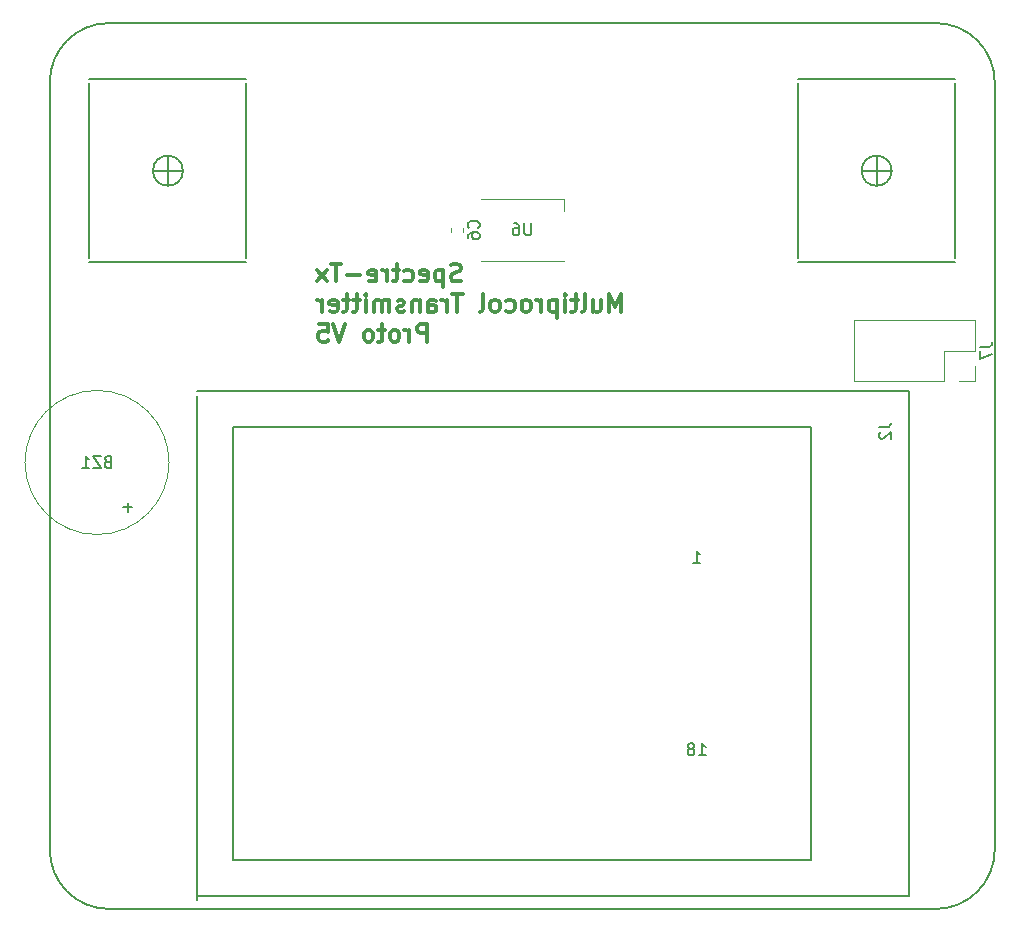
<source format=gbr>
%TF.GenerationSoftware,KiCad,Pcbnew,5.0.2-bee76a0~70~ubuntu18.04.1*%
%TF.CreationDate,2018-12-25T17:03:24+01:00*%
%TF.ProjectId,esp32_radio,65737033-325f-4726-9164-696f2e6b6963,V0.1*%
%TF.SameCoordinates,Original*%
%TF.FileFunction,Legend,Bot*%
%TF.FilePolarity,Positive*%
%FSLAX46Y46*%
G04 Gerber Fmt 4.6, Leading zero omitted, Abs format (unit mm)*
G04 Created by KiCad (PCBNEW 5.0.2-bee76a0~70~ubuntu18.04.1) date mar. 25 déc. 2018 17:03:24 CET*
%MOMM*%
%LPD*%
G01*
G04 APERTURE LIST*
%ADD10C,0.300000*%
%ADD11C,0.150000*%
%ADD12C,0.120000*%
G04 APERTURE END LIST*
D10*
X141990142Y-60895142D02*
X141775857Y-60966571D01*
X141418714Y-60966571D01*
X141275857Y-60895142D01*
X141204428Y-60823714D01*
X141133000Y-60680857D01*
X141133000Y-60538000D01*
X141204428Y-60395142D01*
X141275857Y-60323714D01*
X141418714Y-60252285D01*
X141704428Y-60180857D01*
X141847285Y-60109428D01*
X141918714Y-60038000D01*
X141990142Y-59895142D01*
X141990142Y-59752285D01*
X141918714Y-59609428D01*
X141847285Y-59538000D01*
X141704428Y-59466571D01*
X141347285Y-59466571D01*
X141133000Y-59538000D01*
X140490142Y-59966571D02*
X140490142Y-61466571D01*
X140490142Y-60038000D02*
X140347285Y-59966571D01*
X140061571Y-59966571D01*
X139918714Y-60038000D01*
X139847285Y-60109428D01*
X139775857Y-60252285D01*
X139775857Y-60680857D01*
X139847285Y-60823714D01*
X139918714Y-60895142D01*
X140061571Y-60966571D01*
X140347285Y-60966571D01*
X140490142Y-60895142D01*
X138561571Y-60895142D02*
X138704428Y-60966571D01*
X138990142Y-60966571D01*
X139133000Y-60895142D01*
X139204428Y-60752285D01*
X139204428Y-60180857D01*
X139133000Y-60038000D01*
X138990142Y-59966571D01*
X138704428Y-59966571D01*
X138561571Y-60038000D01*
X138490142Y-60180857D01*
X138490142Y-60323714D01*
X139204428Y-60466571D01*
X137204428Y-60895142D02*
X137347285Y-60966571D01*
X137633000Y-60966571D01*
X137775857Y-60895142D01*
X137847285Y-60823714D01*
X137918714Y-60680857D01*
X137918714Y-60252285D01*
X137847285Y-60109428D01*
X137775857Y-60038000D01*
X137633000Y-59966571D01*
X137347285Y-59966571D01*
X137204428Y-60038000D01*
X136775857Y-59966571D02*
X136204428Y-59966571D01*
X136561571Y-59466571D02*
X136561571Y-60752285D01*
X136490142Y-60895142D01*
X136347285Y-60966571D01*
X136204428Y-60966571D01*
X135704428Y-60966571D02*
X135704428Y-59966571D01*
X135704428Y-60252285D02*
X135633000Y-60109428D01*
X135561571Y-60038000D01*
X135418714Y-59966571D01*
X135275857Y-59966571D01*
X134204428Y-60895142D02*
X134347285Y-60966571D01*
X134633000Y-60966571D01*
X134775857Y-60895142D01*
X134847285Y-60752285D01*
X134847285Y-60180857D01*
X134775857Y-60038000D01*
X134633000Y-59966571D01*
X134347285Y-59966571D01*
X134204428Y-60038000D01*
X134133000Y-60180857D01*
X134133000Y-60323714D01*
X134847285Y-60466571D01*
X133490142Y-60395142D02*
X132347285Y-60395142D01*
X131847285Y-59466571D02*
X130990142Y-59466571D01*
X131418714Y-60966571D02*
X131418714Y-59466571D01*
X130633000Y-60966571D02*
X129847285Y-59966571D01*
X130633000Y-59966571D02*
X129847285Y-60966571D01*
X155561571Y-63516571D02*
X155561571Y-62016571D01*
X155061571Y-63088000D01*
X154561571Y-62016571D01*
X154561571Y-63516571D01*
X153204428Y-62516571D02*
X153204428Y-63516571D01*
X153847285Y-62516571D02*
X153847285Y-63302285D01*
X153775857Y-63445142D01*
X153633000Y-63516571D01*
X153418714Y-63516571D01*
X153275857Y-63445142D01*
X153204428Y-63373714D01*
X152275857Y-63516571D02*
X152418714Y-63445142D01*
X152490142Y-63302285D01*
X152490142Y-62016571D01*
X151918714Y-62516571D02*
X151347285Y-62516571D01*
X151704428Y-62016571D02*
X151704428Y-63302285D01*
X151633000Y-63445142D01*
X151490142Y-63516571D01*
X151347285Y-63516571D01*
X150847285Y-63516571D02*
X150847285Y-62516571D01*
X150847285Y-62016571D02*
X150918714Y-62088000D01*
X150847285Y-62159428D01*
X150775857Y-62088000D01*
X150847285Y-62016571D01*
X150847285Y-62159428D01*
X150133000Y-62516571D02*
X150133000Y-64016571D01*
X150133000Y-62588000D02*
X149990142Y-62516571D01*
X149704428Y-62516571D01*
X149561571Y-62588000D01*
X149490142Y-62659428D01*
X149418714Y-62802285D01*
X149418714Y-63230857D01*
X149490142Y-63373714D01*
X149561571Y-63445142D01*
X149704428Y-63516571D01*
X149990142Y-63516571D01*
X150133000Y-63445142D01*
X148775857Y-63516571D02*
X148775857Y-62516571D01*
X148775857Y-62802285D02*
X148704428Y-62659428D01*
X148633000Y-62588000D01*
X148490142Y-62516571D01*
X148347285Y-62516571D01*
X147633000Y-63516571D02*
X147775857Y-63445142D01*
X147847285Y-63373714D01*
X147918714Y-63230857D01*
X147918714Y-62802285D01*
X147847285Y-62659428D01*
X147775857Y-62588000D01*
X147633000Y-62516571D01*
X147418714Y-62516571D01*
X147275857Y-62588000D01*
X147204428Y-62659428D01*
X147133000Y-62802285D01*
X147133000Y-63230857D01*
X147204428Y-63373714D01*
X147275857Y-63445142D01*
X147418714Y-63516571D01*
X147633000Y-63516571D01*
X145847285Y-63445142D02*
X145990142Y-63516571D01*
X146275857Y-63516571D01*
X146418714Y-63445142D01*
X146490142Y-63373714D01*
X146561571Y-63230857D01*
X146561571Y-62802285D01*
X146490142Y-62659428D01*
X146418714Y-62588000D01*
X146275857Y-62516571D01*
X145990142Y-62516571D01*
X145847285Y-62588000D01*
X144990142Y-63516571D02*
X145133000Y-63445142D01*
X145204428Y-63373714D01*
X145275857Y-63230857D01*
X145275857Y-62802285D01*
X145204428Y-62659428D01*
X145133000Y-62588000D01*
X144990142Y-62516571D01*
X144775857Y-62516571D01*
X144633000Y-62588000D01*
X144561571Y-62659428D01*
X144490142Y-62802285D01*
X144490142Y-63230857D01*
X144561571Y-63373714D01*
X144633000Y-63445142D01*
X144775857Y-63516571D01*
X144990142Y-63516571D01*
X143633000Y-63516571D02*
X143775857Y-63445142D01*
X143847285Y-63302285D01*
X143847285Y-62016571D01*
X142133000Y-62016571D02*
X141275857Y-62016571D01*
X141704428Y-63516571D02*
X141704428Y-62016571D01*
X140775857Y-63516571D02*
X140775857Y-62516571D01*
X140775857Y-62802285D02*
X140704428Y-62659428D01*
X140633000Y-62588000D01*
X140490142Y-62516571D01*
X140347285Y-62516571D01*
X139204428Y-63516571D02*
X139204428Y-62730857D01*
X139275857Y-62588000D01*
X139418714Y-62516571D01*
X139704428Y-62516571D01*
X139847285Y-62588000D01*
X139204428Y-63445142D02*
X139347285Y-63516571D01*
X139704428Y-63516571D01*
X139847285Y-63445142D01*
X139918714Y-63302285D01*
X139918714Y-63159428D01*
X139847285Y-63016571D01*
X139704428Y-62945142D01*
X139347285Y-62945142D01*
X139204428Y-62873714D01*
X138490142Y-62516571D02*
X138490142Y-63516571D01*
X138490142Y-62659428D02*
X138418714Y-62588000D01*
X138275857Y-62516571D01*
X138061571Y-62516571D01*
X137918714Y-62588000D01*
X137847285Y-62730857D01*
X137847285Y-63516571D01*
X137204428Y-63445142D02*
X137061571Y-63516571D01*
X136775857Y-63516571D01*
X136633000Y-63445142D01*
X136561571Y-63302285D01*
X136561571Y-63230857D01*
X136633000Y-63088000D01*
X136775857Y-63016571D01*
X136990142Y-63016571D01*
X137133000Y-62945142D01*
X137204428Y-62802285D01*
X137204428Y-62730857D01*
X137133000Y-62588000D01*
X136990142Y-62516571D01*
X136775857Y-62516571D01*
X136633000Y-62588000D01*
X135918714Y-63516571D02*
X135918714Y-62516571D01*
X135918714Y-62659428D02*
X135847285Y-62588000D01*
X135704428Y-62516571D01*
X135490142Y-62516571D01*
X135347285Y-62588000D01*
X135275857Y-62730857D01*
X135275857Y-63516571D01*
X135275857Y-62730857D02*
X135204428Y-62588000D01*
X135061571Y-62516571D01*
X134847285Y-62516571D01*
X134704428Y-62588000D01*
X134633000Y-62730857D01*
X134633000Y-63516571D01*
X133918714Y-63516571D02*
X133918714Y-62516571D01*
X133918714Y-62016571D02*
X133990142Y-62088000D01*
X133918714Y-62159428D01*
X133847285Y-62088000D01*
X133918714Y-62016571D01*
X133918714Y-62159428D01*
X133418714Y-62516571D02*
X132847285Y-62516571D01*
X133204428Y-62016571D02*
X133204428Y-63302285D01*
X133133000Y-63445142D01*
X132990142Y-63516571D01*
X132847285Y-63516571D01*
X132561571Y-62516571D02*
X131990142Y-62516571D01*
X132347285Y-62016571D02*
X132347285Y-63302285D01*
X132275857Y-63445142D01*
X132133000Y-63516571D01*
X131990142Y-63516571D01*
X130918714Y-63445142D02*
X131061571Y-63516571D01*
X131347285Y-63516571D01*
X131490142Y-63445142D01*
X131561571Y-63302285D01*
X131561571Y-62730857D01*
X131490142Y-62588000D01*
X131347285Y-62516571D01*
X131061571Y-62516571D01*
X130918714Y-62588000D01*
X130847285Y-62730857D01*
X130847285Y-62873714D01*
X131561571Y-63016571D01*
X130204428Y-63516571D02*
X130204428Y-62516571D01*
X130204428Y-62802285D02*
X130133000Y-62659428D01*
X130061571Y-62588000D01*
X129918714Y-62516571D01*
X129775857Y-62516571D01*
X139133000Y-66066571D02*
X139133000Y-64566571D01*
X138561571Y-64566571D01*
X138418714Y-64638000D01*
X138347285Y-64709428D01*
X138275857Y-64852285D01*
X138275857Y-65066571D01*
X138347285Y-65209428D01*
X138418714Y-65280857D01*
X138561571Y-65352285D01*
X139133000Y-65352285D01*
X137633000Y-66066571D02*
X137633000Y-65066571D01*
X137633000Y-65352285D02*
X137561571Y-65209428D01*
X137490142Y-65138000D01*
X137347285Y-65066571D01*
X137204428Y-65066571D01*
X136490142Y-66066571D02*
X136633000Y-65995142D01*
X136704428Y-65923714D01*
X136775857Y-65780857D01*
X136775857Y-65352285D01*
X136704428Y-65209428D01*
X136633000Y-65138000D01*
X136490142Y-65066571D01*
X136275857Y-65066571D01*
X136133000Y-65138000D01*
X136061571Y-65209428D01*
X135990142Y-65352285D01*
X135990142Y-65780857D01*
X136061571Y-65923714D01*
X136133000Y-65995142D01*
X136275857Y-66066571D01*
X136490142Y-66066571D01*
X135561571Y-65066571D02*
X134990142Y-65066571D01*
X135347285Y-64566571D02*
X135347285Y-65852285D01*
X135275857Y-65995142D01*
X135133000Y-66066571D01*
X134990142Y-66066571D01*
X134275857Y-66066571D02*
X134418714Y-65995142D01*
X134490142Y-65923714D01*
X134561571Y-65780857D01*
X134561571Y-65352285D01*
X134490142Y-65209428D01*
X134418714Y-65138000D01*
X134275857Y-65066571D01*
X134061571Y-65066571D01*
X133918714Y-65138000D01*
X133847285Y-65209428D01*
X133775857Y-65352285D01*
X133775857Y-65780857D01*
X133847285Y-65923714D01*
X133918714Y-65995142D01*
X134061571Y-66066571D01*
X134275857Y-66066571D01*
X132204428Y-64566571D02*
X131704428Y-66066571D01*
X131204428Y-64566571D01*
X129990142Y-64566571D02*
X130704428Y-64566571D01*
X130775857Y-65280857D01*
X130704428Y-65209428D01*
X130561571Y-65138000D01*
X130204428Y-65138000D01*
X130061571Y-65209428D01*
X129990142Y-65280857D01*
X129918714Y-65423714D01*
X129918714Y-65780857D01*
X129990142Y-65923714D01*
X130061571Y-65995142D01*
X130204428Y-66066571D01*
X130561571Y-66066571D01*
X130704428Y-65995142D01*
X130775857Y-65923714D01*
D11*
X107188000Y-109088000D02*
G75*
G03X112188000Y-114088000I5000000J0D01*
G01*
X182188000Y-114088000D02*
G75*
G03X187188000Y-109088000I0J5000000D01*
G01*
X187188000Y-44088000D02*
G75*
G03X182188000Y-39088000I-5000000J0D01*
G01*
X112188000Y-39088000D02*
G75*
G03X107188000Y-44088000I0J-5000000D01*
G01*
X182188000Y-39088000D02*
X112188000Y-39088000D01*
X187188000Y-109088000D02*
X187188000Y-44088000D01*
X112188000Y-114088000D02*
X182188000Y-114088000D01*
X107188000Y-44088000D02*
X107188000Y-109088000D01*
X171678000Y-73268000D02*
X122718000Y-73268000D01*
X171678000Y-109988000D02*
X171678000Y-73268000D01*
X122718000Y-109988000D02*
X171678000Y-109988000D01*
X122718000Y-73268000D02*
X122718000Y-109988000D01*
X179948000Y-112988000D02*
X119688000Y-112988000D01*
X179948000Y-70268000D02*
X179948000Y-112988000D01*
X119688000Y-70628000D02*
X119688000Y-113348000D01*
X179948000Y-70268000D02*
X119688000Y-70268000D01*
D12*
X141178000Y-56750779D02*
X141178000Y-56425221D01*
X142198000Y-56750779D02*
X142198000Y-56425221D01*
D11*
X183838000Y-59338000D02*
X170538000Y-59338000D01*
X183838000Y-44188000D02*
X183838000Y-58988000D01*
X170538000Y-58988000D02*
X170538000Y-44188000D01*
X183838000Y-43838000D02*
X170538000Y-43838000D01*
X178458000Y-51588000D02*
X175918000Y-51588000D01*
X177188000Y-50318000D02*
X177188000Y-52858000D01*
X178458000Y-51588000D02*
G75*
G03X178458000Y-51588000I-1270000J0D01*
G01*
X110538000Y-43838000D02*
X123838000Y-43838000D01*
X110538000Y-58988000D02*
X110538000Y-44188000D01*
X123838000Y-44188000D02*
X123838000Y-58988000D01*
X110538000Y-59338000D02*
X123838000Y-59338000D01*
X115918000Y-51588000D02*
X118458000Y-51588000D01*
X117188000Y-52858000D02*
X117188000Y-50318000D01*
X118458000Y-51588000D02*
G75*
G03X118458000Y-51588000I-1270000J0D01*
G01*
D12*
X117288000Y-76288000D02*
G75*
G03X117288000Y-76288000I-6100000J0D01*
G01*
X175238000Y-69418000D02*
X175238000Y-64218000D01*
X182918000Y-69418000D02*
X175238000Y-69418000D01*
X185518000Y-64218000D02*
X175238000Y-64218000D01*
X182918000Y-69418000D02*
X182918000Y-66818000D01*
X182918000Y-66818000D02*
X185518000Y-66818000D01*
X185518000Y-66818000D02*
X185518000Y-64218000D01*
X184188000Y-69418000D02*
X185518000Y-69418000D01*
X185518000Y-69418000D02*
X185518000Y-68088000D01*
X143688000Y-59216800D02*
X150688000Y-59216800D01*
X143688000Y-54016800D02*
X150688000Y-54016800D01*
X150688000Y-54016800D02*
X150688000Y-55016800D01*
D11*
X177400380Y-73294666D02*
X178114666Y-73294666D01*
X178257523Y-73247047D01*
X178352761Y-73151809D01*
X178400380Y-73008952D01*
X178400380Y-72913714D01*
X177495619Y-73723238D02*
X177448000Y-73770857D01*
X177400380Y-73866095D01*
X177400380Y-74104190D01*
X177448000Y-74199428D01*
X177495619Y-74247047D01*
X177590857Y-74294666D01*
X177686095Y-74294666D01*
X177828952Y-74247047D01*
X178400380Y-73675619D01*
X178400380Y-74294666D01*
X162138476Y-101080380D02*
X162709904Y-101080380D01*
X162424190Y-101080380D02*
X162424190Y-100080380D01*
X162519428Y-100223238D01*
X162614666Y-100318476D01*
X162709904Y-100366095D01*
X161567047Y-100508952D02*
X161662285Y-100461333D01*
X161709904Y-100413714D01*
X161757523Y-100318476D01*
X161757523Y-100270857D01*
X161709904Y-100175619D01*
X161662285Y-100128000D01*
X161567047Y-100080380D01*
X161376571Y-100080380D01*
X161281333Y-100128000D01*
X161233714Y-100175619D01*
X161186095Y-100270857D01*
X161186095Y-100318476D01*
X161233714Y-100413714D01*
X161281333Y-100461333D01*
X161376571Y-100508952D01*
X161567047Y-100508952D01*
X161662285Y-100556571D01*
X161709904Y-100604190D01*
X161757523Y-100699428D01*
X161757523Y-100889904D01*
X161709904Y-100985142D01*
X161662285Y-101032761D01*
X161567047Y-101080380D01*
X161376571Y-101080380D01*
X161281333Y-101032761D01*
X161233714Y-100985142D01*
X161186095Y-100889904D01*
X161186095Y-100699428D01*
X161233714Y-100604190D01*
X161281333Y-100556571D01*
X161376571Y-100508952D01*
X161662285Y-84770380D02*
X162233714Y-84770380D01*
X161948000Y-84770380D02*
X161948000Y-83770380D01*
X162043238Y-83913238D01*
X162138476Y-84008476D01*
X162233714Y-84056095D01*
X143475142Y-56421333D02*
X143522761Y-56373714D01*
X143570380Y-56230857D01*
X143570380Y-56135619D01*
X143522761Y-55992761D01*
X143427523Y-55897523D01*
X143332285Y-55849904D01*
X143141809Y-55802285D01*
X142998952Y-55802285D01*
X142808476Y-55849904D01*
X142713238Y-55897523D01*
X142618000Y-55992761D01*
X142570380Y-56135619D01*
X142570380Y-56230857D01*
X142618000Y-56373714D01*
X142665619Y-56421333D01*
X142570380Y-57278476D02*
X142570380Y-57088000D01*
X142618000Y-56992761D01*
X142665619Y-56945142D01*
X142808476Y-56849904D01*
X142998952Y-56802285D01*
X143379904Y-56802285D01*
X143475142Y-56849904D01*
X143522761Y-56897523D01*
X143570380Y-56992761D01*
X143570380Y-57183238D01*
X143522761Y-57278476D01*
X143475142Y-57326095D01*
X143379904Y-57373714D01*
X143141809Y-57373714D01*
X143046571Y-57326095D01*
X142998952Y-57278476D01*
X142951333Y-57183238D01*
X142951333Y-56992761D01*
X142998952Y-56897523D01*
X143046571Y-56849904D01*
X143141809Y-56802285D01*
X112068952Y-76216571D02*
X111926095Y-76264190D01*
X111878476Y-76311809D01*
X111830857Y-76407047D01*
X111830857Y-76549904D01*
X111878476Y-76645142D01*
X111926095Y-76692761D01*
X112021333Y-76740380D01*
X112402285Y-76740380D01*
X112402285Y-75740380D01*
X112068952Y-75740380D01*
X111973714Y-75788000D01*
X111926095Y-75835619D01*
X111878476Y-75930857D01*
X111878476Y-76026095D01*
X111926095Y-76121333D01*
X111973714Y-76168952D01*
X112068952Y-76216571D01*
X112402285Y-76216571D01*
X111497523Y-75740380D02*
X110830857Y-75740380D01*
X111497523Y-76740380D01*
X110830857Y-76740380D01*
X109926095Y-76740380D02*
X110497523Y-76740380D01*
X110211809Y-76740380D02*
X110211809Y-75740380D01*
X110307047Y-75883238D01*
X110402285Y-75978476D01*
X110497523Y-76026095D01*
X113799428Y-79717047D02*
X113799428Y-80478952D01*
X114180380Y-80098000D02*
X113418476Y-80098000D01*
X185970380Y-66484666D02*
X186684666Y-66484666D01*
X186827523Y-66437047D01*
X186922761Y-66341809D01*
X186970380Y-66198952D01*
X186970380Y-66103714D01*
X185970380Y-66865619D02*
X185970380Y-67532285D01*
X186970380Y-67103714D01*
X147949904Y-56040380D02*
X147949904Y-56849904D01*
X147902285Y-56945142D01*
X147854666Y-56992761D01*
X147759428Y-57040380D01*
X147568952Y-57040380D01*
X147473714Y-56992761D01*
X147426095Y-56945142D01*
X147378476Y-56849904D01*
X147378476Y-56040380D01*
X146473714Y-56040380D02*
X146664190Y-56040380D01*
X146759428Y-56088000D01*
X146807047Y-56135619D01*
X146902285Y-56278476D01*
X146949904Y-56468952D01*
X146949904Y-56849904D01*
X146902285Y-56945142D01*
X146854666Y-56992761D01*
X146759428Y-57040380D01*
X146568952Y-57040380D01*
X146473714Y-56992761D01*
X146426095Y-56945142D01*
X146378476Y-56849904D01*
X146378476Y-56611809D01*
X146426095Y-56516571D01*
X146473714Y-56468952D01*
X146568952Y-56421333D01*
X146759428Y-56421333D01*
X146854666Y-56468952D01*
X146902285Y-56516571D01*
X146949904Y-56611809D01*
M02*

</source>
